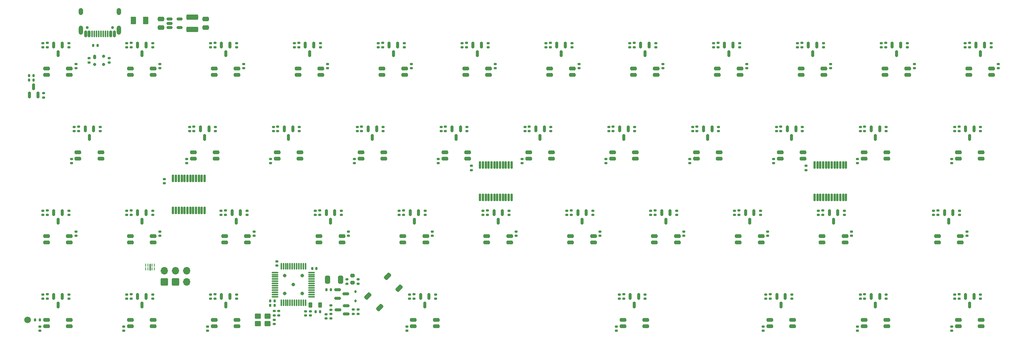
<source format=gbr>
%TF.GenerationSoftware,KiCad,Pcbnew,8.0.4*%
%TF.CreationDate,2024-09-01T23:08:26+02:00*%
%TF.ProjectId,feb42-rounded,66656234-322d-4726-9f75-6e6465642e6b,rev?*%
%TF.SameCoordinates,Original*%
%TF.FileFunction,Soldermask,Top*%
%TF.FilePolarity,Negative*%
%FSLAX46Y46*%
G04 Gerber Fmt 4.6, Leading zero omitted, Abs format (unit mm)*
G04 Created by KiCad (PCBNEW 8.0.4) date 2024-09-01 23:08:26*
%MOMM*%
%LPD*%
G01*
G04 APERTURE LIST*
G04 Aperture macros list*
%AMRoundRect*
0 Rectangle with rounded corners*
0 $1 Rounding radius*
0 $2 $3 $4 $5 $6 $7 $8 $9 X,Y pos of 4 corners*
0 Add a 4 corners polygon primitive as box body*
4,1,4,$2,$3,$4,$5,$6,$7,$8,$9,$2,$3,0*
0 Add four circle primitives for the rounded corners*
1,1,$1+$1,$2,$3*
1,1,$1+$1,$4,$5*
1,1,$1+$1,$6,$7*
1,1,$1+$1,$8,$9*
0 Add four rect primitives between the rounded corners*
20,1,$1+$1,$2,$3,$4,$5,0*
20,1,$1+$1,$4,$5,$6,$7,0*
20,1,$1+$1,$6,$7,$8,$9,0*
20,1,$1+$1,$8,$9,$2,$3,0*%
G04 Aperture macros list end*
%ADD10O,1.000000X1.600000*%
%ADD11O,1.000000X2.100000*%
%ADD12RoundRect,0.150000X0.150000X0.575000X-0.150000X0.575000X-0.150000X-0.575000X0.150000X-0.575000X0*%
%ADD13RoundRect,0.075000X0.075000X0.650000X-0.075000X0.650000X-0.075000X-0.650000X0.075000X-0.650000X0*%
%ADD14C,0.650000*%
%ADD15RoundRect,0.200000X-0.525000X-0.200000X0.525000X-0.200000X0.525000X0.200000X-0.525000X0.200000X0*%
%ADD16RoundRect,0.135000X0.185000X-0.135000X0.185000X0.135000X-0.185000X0.135000X-0.185000X-0.135000X0*%
%ADD17RoundRect,0.150000X-0.200000X-0.150000X0.200000X-0.150000X0.200000X0.150000X-0.200000X0.150000X0*%
%ADD18RoundRect,0.175000X-0.175000X-0.325000X0.175000X-0.325000X0.175000X0.325000X-0.175000X0.325000X0*%
%ADD19RoundRect,0.150000X-0.512500X-0.150000X0.512500X-0.150000X0.512500X0.150000X-0.512500X0.150000X0*%
%ADD20RoundRect,0.250000X1.075000X-0.375000X1.075000X0.375000X-1.075000X0.375000X-1.075000X-0.375000X0*%
%ADD21RoundRect,0.250000X-0.375000X-0.625000X0.375000X-0.625000X0.375000X0.625000X-0.375000X0.625000X0*%
%ADD22RoundRect,0.250000X-0.475000X0.250000X-0.475000X-0.250000X0.475000X-0.250000X0.475000X0.250000X0*%
%ADD23RoundRect,0.140000X-0.170000X0.140000X-0.170000X-0.140000X0.170000X-0.140000X0.170000X0.140000X0*%
%ADD24RoundRect,0.112500X0.112500X-0.737500X0.112500X0.737500X-0.112500X0.737500X-0.112500X-0.737500X0*%
%ADD25RoundRect,0.075000X0.662500X-0.075000X0.662500X0.075000X-0.662500X0.075000X-0.662500X-0.075000X0*%
%ADD26RoundRect,0.075000X0.075000X-0.662500X0.075000X0.662500X-0.075000X0.662500X-0.075000X-0.662500X0*%
%ADD27C,0.800000*%
%ADD28RoundRect,0.140000X0.170000X-0.140000X0.170000X0.140000X-0.170000X0.140000X-0.170000X-0.140000X0*%
%ADD29RoundRect,0.200000X0.525000X0.200000X-0.525000X0.200000X-0.525000X-0.200000X0.525000X-0.200000X0*%
%ADD30RoundRect,0.150000X-0.150000X0.587500X-0.150000X-0.587500X0.150000X-0.587500X0.150000X0.587500X0*%
%ADD31RoundRect,0.135000X-0.185000X0.135000X-0.185000X-0.135000X0.185000X-0.135000X0.185000X0.135000X0*%
%ADD32RoundRect,0.250000X-0.450000X-0.350000X0.450000X-0.350000X0.450000X0.350000X-0.450000X0.350000X0*%
%ADD33RoundRect,0.050000X0.050000X0.287500X-0.050000X0.287500X-0.050000X-0.287500X0.050000X-0.287500X0*%
%ADD34RoundRect,0.100000X0.100000X0.287500X-0.100000X0.287500X-0.100000X-0.287500X0.100000X-0.287500X0*%
%ADD35RoundRect,0.218750X0.218750X0.381250X-0.218750X0.381250X-0.218750X-0.381250X0.218750X-0.381250X0*%
%ADD36RoundRect,0.200000X0.275000X-0.200000X0.275000X0.200000X-0.275000X0.200000X-0.275000X-0.200000X0*%
%ADD37O,1.700000X1.700000*%
%ADD38RoundRect,0.250000X0.600000X-0.600000X0.600000X0.600000X-0.600000X0.600000X-0.600000X-0.600000X0*%
%ADD39RoundRect,0.140000X0.140000X0.170000X-0.140000X0.170000X-0.140000X-0.170000X0.140000X-0.170000X0*%
%ADD40RoundRect,0.112500X-0.112500X0.187500X-0.112500X-0.187500X0.112500X-0.187500X0.112500X0.187500X0*%
%ADD41RoundRect,0.135000X-0.135000X-0.185000X0.135000X-0.185000X0.135000X0.185000X-0.135000X0.185000X0*%
%ADD42RoundRect,0.135000X0.135000X0.185000X-0.135000X0.185000X-0.135000X-0.185000X0.135000X-0.185000X0*%
%ADD43RoundRect,0.140000X-0.140000X-0.170000X0.140000X-0.170000X0.140000X0.170000X-0.140000X0.170000X0*%
%ADD44RoundRect,0.250000X0.247487X0.601041X-0.601041X-0.247487X-0.247487X-0.601041X0.601041X0.247487X0*%
%ADD45RoundRect,0.150000X0.587500X0.150000X-0.587500X0.150000X-0.587500X-0.150000X0.587500X-0.150000X0*%
%ADD46C,1.500000*%
%ADD47RoundRect,0.150000X-0.587500X-0.150000X0.587500X-0.150000X0.587500X0.150000X-0.587500X0.150000X0*%
%ADD48RoundRect,0.150000X0.150000X-0.587500X0.150000X0.587500X-0.150000X0.587500X-0.150000X-0.587500X0*%
%ADD49RoundRect,0.250000X0.325000X0.650000X-0.325000X0.650000X-0.325000X-0.650000X0.325000X-0.650000X0*%
G04 APERTURE END LIST*
D10*
%TO.C,USB1*%
X48930000Y-67850000D03*
D11*
X48930000Y-72030000D03*
D10*
X57570000Y-67850000D03*
D11*
X57570000Y-72030000D03*
D12*
X56500000Y-72945000D03*
X55700000Y-72945000D03*
D13*
X55000000Y-72945000D03*
X54000000Y-72945000D03*
X52500000Y-72945000D03*
X51500000Y-72945000D03*
D12*
X50800000Y-72945000D03*
X50000000Y-72945000D03*
X50000000Y-72945000D03*
X50800000Y-72945000D03*
D13*
X52000000Y-72945000D03*
X53000000Y-72945000D03*
X53500000Y-72945000D03*
X54500000Y-72945000D03*
D12*
X55700000Y-72945000D03*
X56500000Y-72945000D03*
D14*
X50360000Y-71500000D03*
X56140000Y-71500000D03*
%TD*%
D15*
%TO.C,LED8*%
X179675000Y-82255000D03*
X179675000Y-80755000D03*
X174475000Y-80755000D03*
X174475000Y-82255000D03*
%TD*%
D16*
%TO.C,USBR2*%
X55350000Y-78390000D03*
X55350000Y-79410000D03*
%TD*%
%TO.C,USBR1*%
X50750000Y-78390000D03*
X50750000Y-79410000D03*
%TD*%
D17*
%TO.C,USBD1*%
X54050000Y-77950000D03*
X54050000Y-79850000D03*
X52050000Y-79850000D03*
D18*
X52050000Y-78150000D03*
%TD*%
D19*
%TO.C,SD1*%
X71387500Y-69550000D03*
X71387500Y-71450000D03*
X69112500Y-71450000D03*
X69112500Y-70500000D03*
X69112500Y-69550000D03*
%TD*%
D20*
%TO.C,PWRL1*%
X74250000Y-69100000D03*
X74250000Y-71900000D03*
%TD*%
D21*
%TO.C,PWRF1*%
X63650000Y-69900000D03*
X60850000Y-69900000D03*
%TD*%
D22*
%TO.C,PWRC2*%
X77250000Y-71450000D03*
X77250000Y-69550000D03*
%TD*%
%TO.C,PWRC1*%
X67150000Y-71450000D03*
X67150000Y-69550000D03*
%TD*%
D23*
%TO.C,MPC3*%
X213650000Y-103880000D03*
X213650000Y-102920000D03*
%TD*%
%TO.C,MPC2*%
X137650000Y-103880000D03*
X137650000Y-102920000D03*
%TD*%
%TO.C,MPC1*%
X67900000Y-106880000D03*
X67900000Y-105920000D03*
%TD*%
D24*
%TO.C,MP3*%
X215625000Y-102750000D03*
X216275000Y-102750000D03*
X216925000Y-102750000D03*
X217575000Y-102750000D03*
X218225000Y-102750000D03*
X218875000Y-102750000D03*
X219525000Y-102750000D03*
X220175000Y-102750000D03*
X220825000Y-102750000D03*
X221475000Y-102750000D03*
X222125000Y-102750000D03*
X222775000Y-102750000D03*
X222775000Y-110050000D03*
X222125000Y-110050000D03*
X221475000Y-110050000D03*
X220825000Y-110050000D03*
X220175000Y-110050000D03*
X219525000Y-110050000D03*
X218875000Y-110050000D03*
X218225000Y-110050000D03*
X217575000Y-110050000D03*
X216925000Y-110050000D03*
X216275000Y-110050000D03*
X215625000Y-110050000D03*
%TD*%
%TO.C,MP2*%
X139625000Y-102750000D03*
X140275000Y-102750000D03*
X140925000Y-102750000D03*
X141575000Y-102750000D03*
X142225000Y-102750000D03*
X142875000Y-102750000D03*
X143525000Y-102750000D03*
X144175000Y-102750000D03*
X144825000Y-102750000D03*
X145475000Y-102750000D03*
X146125000Y-102750000D03*
X146775000Y-102750000D03*
X146775000Y-110050000D03*
X146125000Y-110050000D03*
X145475000Y-110050000D03*
X144825000Y-110050000D03*
X144175000Y-110050000D03*
X143525000Y-110050000D03*
X142875000Y-110050000D03*
X142225000Y-110050000D03*
X141575000Y-110050000D03*
X140925000Y-110050000D03*
X140275000Y-110050000D03*
X139625000Y-110050000D03*
%TD*%
%TO.C,MP1*%
X69875000Y-105750000D03*
X70525000Y-105750000D03*
X71175000Y-105750000D03*
X71825000Y-105750000D03*
X72475000Y-105750000D03*
X73125000Y-105750000D03*
X73775000Y-105750000D03*
X74425000Y-105750000D03*
X75075000Y-105750000D03*
X75725000Y-105750000D03*
X76375000Y-105750000D03*
X77025000Y-105750000D03*
X77025000Y-113050000D03*
X76375000Y-113050000D03*
X75725000Y-113050000D03*
X75075000Y-113050000D03*
X74425000Y-113050000D03*
X73775000Y-113050000D03*
X73125000Y-113050000D03*
X72475000Y-113050000D03*
X71825000Y-113050000D03*
X71175000Y-113050000D03*
X70525000Y-113050000D03*
X69875000Y-113050000D03*
%TD*%
D25*
%TO.C,MCU1*%
X93037500Y-132650000D03*
X93037500Y-132150000D03*
X93037500Y-131650000D03*
X93037500Y-131150000D03*
X93037500Y-130650000D03*
X93037500Y-130150000D03*
X93037500Y-129650000D03*
X93037500Y-129150000D03*
X93037500Y-128650000D03*
X93037500Y-128150000D03*
X93037500Y-127650000D03*
X93037500Y-127150000D03*
D26*
X94450000Y-125737500D03*
X94950000Y-125737500D03*
X95450000Y-125737500D03*
X95950000Y-125737500D03*
X96450000Y-125737500D03*
X96950000Y-125737500D03*
X97450000Y-125737500D03*
X97950000Y-125737500D03*
X98450000Y-125737500D03*
X98950000Y-125737500D03*
X99450000Y-125737500D03*
X99950000Y-125737500D03*
D25*
X101362500Y-127150000D03*
X101362500Y-127650000D03*
D27*
X99200000Y-127900000D03*
X95200000Y-127900000D03*
X97200000Y-129900000D03*
X99200000Y-131900000D03*
X95200000Y-131900000D03*
D25*
X101362500Y-128150000D03*
X101362500Y-128650000D03*
X101362500Y-129150000D03*
X101362500Y-129650000D03*
X101362500Y-130150000D03*
X101362500Y-130650000D03*
X101362500Y-131150000D03*
X101362500Y-131650000D03*
X101362500Y-132150000D03*
X101362500Y-132650000D03*
D26*
X99950000Y-134062500D03*
X99450000Y-134062500D03*
X98950000Y-134062500D03*
X98450000Y-134062500D03*
X97950000Y-134062500D03*
X97450000Y-134062500D03*
X96950000Y-134062500D03*
X96450000Y-134062500D03*
X95950000Y-134062500D03*
X95450000Y-134062500D03*
X94950000Y-134062500D03*
X94450000Y-134062500D03*
%TD*%
D28*
%TO.C,LEDC42*%
X246793750Y-139425000D03*
X246793750Y-140385000D03*
%TD*%
%TO.C,LEDC41*%
X225362500Y-139425000D03*
X225362500Y-140385000D03*
%TD*%
%TO.C,LEDC40*%
X203931250Y-139425000D03*
X203931250Y-140385000D03*
%TD*%
%TO.C,LEDC39*%
X170593750Y-139425000D03*
X170593750Y-140385000D03*
%TD*%
%TO.C,LEDC38*%
X122968750Y-139425000D03*
X122968750Y-140385000D03*
%TD*%
%TO.C,LEDC37*%
X77725000Y-139425000D03*
X77725000Y-140385000D03*
%TD*%
%TO.C,LEDC36*%
X58675000Y-139425000D03*
X58675000Y-140385000D03*
%TD*%
%TO.C,LEDC35*%
X39625000Y-139425000D03*
X39625000Y-140385000D03*
%TD*%
D23*
%TO.C,LEDC34*%
X250231250Y-118835000D03*
X250231250Y-117875000D03*
%TD*%
%TO.C,LEDC33*%
X224037500Y-118835000D03*
X224037500Y-117875000D03*
%TD*%
%TO.C,LEDC32*%
X204987500Y-118835000D03*
X204987500Y-117875000D03*
%TD*%
%TO.C,LEDC31*%
X185937500Y-118835000D03*
X185937500Y-117875000D03*
%TD*%
%TO.C,LEDC30*%
X166887500Y-118835000D03*
X166887500Y-117875000D03*
%TD*%
%TO.C,LEDC29*%
X147837500Y-118835000D03*
X147837500Y-117875000D03*
%TD*%
%TO.C,LEDC28*%
X128787500Y-118835000D03*
X128787500Y-117875000D03*
%TD*%
%TO.C,LEDC27*%
X109737500Y-118835000D03*
X109737500Y-117875000D03*
%TD*%
%TO.C,LEDC26*%
X88306250Y-118835000D03*
X88306250Y-117875000D03*
%TD*%
%TO.C,LEDC25*%
X66875000Y-118835000D03*
X66875000Y-117875000D03*
%TD*%
%TO.C,LEDC24*%
X47825000Y-118835000D03*
X47825000Y-117875000D03*
%TD*%
D28*
%TO.C,LEDC23*%
X246793750Y-101325000D03*
X246793750Y-102285000D03*
%TD*%
%TO.C,LEDC22*%
X225362500Y-101325000D03*
X225362500Y-102285000D03*
%TD*%
%TO.C,LEDC21*%
X206312500Y-101325000D03*
X206312500Y-102285000D03*
%TD*%
%TO.C,LEDC20*%
X187262500Y-101325000D03*
X187262500Y-102285000D03*
%TD*%
%TO.C,LEDC19*%
X168212499Y-101325000D03*
X168212499Y-102285000D03*
%TD*%
%TO.C,LEDC18*%
X149162500Y-101325000D03*
X149162500Y-102285000D03*
%TD*%
%TO.C,LEDC17*%
X130112500Y-101325000D03*
X130112500Y-102285000D03*
%TD*%
%TO.C,LEDC16*%
X111062500Y-101325000D03*
X111062500Y-102285000D03*
%TD*%
%TO.C,LEDC15*%
X92012500Y-101325000D03*
X92012500Y-102285000D03*
%TD*%
%TO.C,LEDC14*%
X72962500Y-101325000D03*
X72962500Y-102285000D03*
%TD*%
%TO.C,LEDC13*%
X46768750Y-101325000D03*
X46768750Y-102285000D03*
%TD*%
D23*
%TO.C,LEDC12*%
X257375000Y-80735000D03*
X257375000Y-79775000D03*
%TD*%
%TO.C,LEDC11*%
X238325000Y-80735000D03*
X238325000Y-79775000D03*
%TD*%
%TO.C,LEDC10*%
X219275000Y-80735000D03*
X219275000Y-79775000D03*
%TD*%
%TO.C,LEDC9*%
X200225000Y-80735000D03*
X200225000Y-79775000D03*
%TD*%
%TO.C,LEDC8*%
X181175000Y-80735000D03*
X181175000Y-79775000D03*
%TD*%
%TO.C,LEDC7*%
X162125000Y-80735000D03*
X162125000Y-79775000D03*
%TD*%
%TO.C,LEDC6*%
X143075000Y-80735000D03*
X143075000Y-79775000D03*
%TD*%
%TO.C,LEDC5*%
X124025000Y-80735000D03*
X124025000Y-79775000D03*
%TD*%
%TO.C,LEDC4*%
X104975000Y-80735000D03*
X104975000Y-79775000D03*
%TD*%
%TO.C,LEDC3*%
X85925000Y-80735000D03*
X85925000Y-79775000D03*
%TD*%
%TO.C,LEDC2*%
X66875000Y-80735000D03*
X66875000Y-79775000D03*
%TD*%
%TO.C,LEDC1*%
X47825000Y-80735000D03*
X47825000Y-79775000D03*
%TD*%
D29*
%TO.C,LED42*%
X248293750Y-137905000D03*
X248293750Y-139405000D03*
X253493750Y-139405000D03*
X253493750Y-137905000D03*
%TD*%
%TO.C,LED41*%
X226862500Y-137905000D03*
X226862500Y-139405000D03*
X232062500Y-139405000D03*
X232062500Y-137905000D03*
%TD*%
%TO.C,LED40*%
X205431250Y-137905000D03*
X205431250Y-139405000D03*
X210631250Y-139405000D03*
X210631250Y-137905000D03*
%TD*%
%TO.C,LED39*%
X172093750Y-137905000D03*
X172093750Y-139405000D03*
X177293750Y-139405000D03*
X177293750Y-137905000D03*
%TD*%
%TO.C,LED38*%
X124468750Y-137905000D03*
X124468750Y-139405000D03*
X129668750Y-139405000D03*
X129668750Y-137905000D03*
%TD*%
%TO.C,LED37*%
X79225000Y-137905000D03*
X79225000Y-139405000D03*
X84425000Y-139405000D03*
X84425000Y-137905000D03*
%TD*%
%TO.C,LED36*%
X60175000Y-137905000D03*
X60175000Y-139405000D03*
X65375000Y-139405000D03*
X65375000Y-137905000D03*
%TD*%
%TO.C,LED35*%
X41125000Y-137905000D03*
X41125000Y-139405000D03*
X46325000Y-139405000D03*
X46325000Y-137905000D03*
%TD*%
D15*
%TO.C,LED34*%
X248731250Y-120355000D03*
X248731250Y-118855000D03*
X243531250Y-118855000D03*
X243531250Y-120355000D03*
%TD*%
%TO.C,LED33*%
X222537500Y-120355000D03*
X222537500Y-118855000D03*
X217337500Y-118855000D03*
X217337500Y-120355000D03*
%TD*%
%TO.C,LED32*%
X203487500Y-120355000D03*
X203487500Y-118855000D03*
X198287500Y-118855000D03*
X198287500Y-120355000D03*
%TD*%
%TO.C,LED31*%
X184437500Y-120355000D03*
X184437500Y-118855000D03*
X179237500Y-118855000D03*
X179237500Y-120355000D03*
%TD*%
%TO.C,LED30*%
X165387500Y-120355000D03*
X165387500Y-118855000D03*
X160187500Y-118855000D03*
X160187500Y-120355000D03*
%TD*%
%TO.C,LED29*%
X146337500Y-120355000D03*
X146337500Y-118855000D03*
X141137500Y-118855000D03*
X141137500Y-120355000D03*
%TD*%
%TO.C,LED28*%
X127287500Y-120355000D03*
X127287500Y-118855000D03*
X122087500Y-118855000D03*
X122087500Y-120355000D03*
%TD*%
%TO.C,LED27*%
X108237500Y-120355000D03*
X108237500Y-118855000D03*
X103037500Y-118855000D03*
X103037500Y-120355000D03*
%TD*%
%TO.C,LED26*%
X86806250Y-120355000D03*
X86806250Y-118855000D03*
X81606250Y-118855000D03*
X81606250Y-120355000D03*
%TD*%
%TO.C,LED25*%
X65375000Y-120355000D03*
X65375000Y-118855000D03*
X60175000Y-118855000D03*
X60175000Y-120355000D03*
%TD*%
%TO.C,LED24*%
X46325000Y-120355000D03*
X46325000Y-118855000D03*
X41125000Y-118855000D03*
X41125000Y-120355000D03*
%TD*%
D29*
%TO.C,LED23*%
X248293750Y-99805000D03*
X248293750Y-101305000D03*
X253493750Y-101305000D03*
X253493750Y-99805000D03*
%TD*%
%TO.C,LED22*%
X226862500Y-99805000D03*
X226862500Y-101305000D03*
X232062500Y-101305000D03*
X232062500Y-99805000D03*
%TD*%
%TO.C,LED21*%
X207812500Y-99805000D03*
X207812500Y-101305000D03*
X213012500Y-101305000D03*
X213012500Y-99805000D03*
%TD*%
%TO.C,LED20*%
X188762500Y-99805000D03*
X188762500Y-101305000D03*
X193962500Y-101305000D03*
X193962500Y-99805000D03*
%TD*%
%TO.C,LED19*%
X169712500Y-99805000D03*
X169712500Y-101305000D03*
X174912500Y-101305000D03*
X174912500Y-99805000D03*
%TD*%
%TO.C,LED18*%
X150662500Y-99805000D03*
X150662500Y-101305000D03*
X155862500Y-101305000D03*
X155862500Y-99805000D03*
%TD*%
%TO.C,LED17*%
X131612500Y-99805000D03*
X131612500Y-101305000D03*
X136812500Y-101305000D03*
X136812500Y-99805000D03*
%TD*%
%TO.C,LED16*%
X112562500Y-99805000D03*
X112562500Y-101305000D03*
X117762500Y-101305000D03*
X117762500Y-99805000D03*
%TD*%
%TO.C,LED15*%
X93512500Y-99805000D03*
X93512500Y-101305000D03*
X98712500Y-101305000D03*
X98712500Y-99805000D03*
%TD*%
%TO.C,LED14*%
X74462500Y-99805000D03*
X74462500Y-101305000D03*
X79662500Y-101305000D03*
X79662500Y-99805000D03*
%TD*%
%TO.C,LED13*%
X48268750Y-99805000D03*
X48268750Y-101305000D03*
X53468750Y-101305000D03*
X53468750Y-99805000D03*
%TD*%
D15*
%TO.C,LED12*%
X255875000Y-82255000D03*
X255875000Y-80755000D03*
X250675000Y-80755000D03*
X250675000Y-82255000D03*
%TD*%
%TO.C,LED11*%
X236825000Y-82255000D03*
X236825000Y-80755000D03*
X231625000Y-80755000D03*
X231625000Y-82255000D03*
%TD*%
%TO.C,LED10*%
X217775000Y-82255000D03*
X217775000Y-80755000D03*
X212575000Y-80755000D03*
X212575000Y-82255000D03*
%TD*%
%TO.C,LED9*%
X198725000Y-82255000D03*
X198725000Y-80755000D03*
X193525000Y-80755000D03*
X193525000Y-82255000D03*
%TD*%
%TO.C,LED7*%
X160625000Y-82255000D03*
X160625000Y-80755000D03*
X155425000Y-80755000D03*
X155425000Y-82255000D03*
%TD*%
%TO.C,LED6*%
X141575000Y-82255000D03*
X141575000Y-80755000D03*
X136375000Y-80755000D03*
X136375000Y-82255000D03*
%TD*%
%TO.C,LED5*%
X122525000Y-82255000D03*
X122525000Y-80755000D03*
X117325000Y-80755000D03*
X117325000Y-82255000D03*
%TD*%
%TO.C,LED4*%
X103475000Y-82255000D03*
X103475000Y-80755000D03*
X98275000Y-80755000D03*
X98275000Y-82255000D03*
%TD*%
%TO.C,LED3*%
X84425000Y-82255000D03*
X84425000Y-80755000D03*
X79225000Y-80755000D03*
X79225000Y-82255000D03*
%TD*%
%TO.C,LED2*%
X65375000Y-82255000D03*
X65375000Y-80755000D03*
X60175000Y-80755000D03*
X60175000Y-82255000D03*
%TD*%
%TO.C,LED1*%
X46325000Y-82255000D03*
X46325000Y-80755000D03*
X41125000Y-80755000D03*
X41125000Y-82255000D03*
%TD*%
D16*
%TO.C,HER42*%
X248443750Y-132127500D03*
X248443750Y-133147500D03*
%TD*%
%TO.C,HER41*%
X227012500Y-132127500D03*
X227012500Y-133147500D03*
%TD*%
%TO.C,HER40*%
X205581250Y-132127500D03*
X205581250Y-133147500D03*
%TD*%
%TO.C,HER39*%
X172243750Y-132127500D03*
X172243750Y-133147500D03*
%TD*%
%TO.C,HER38*%
X124618750Y-132127500D03*
X124618750Y-133147500D03*
%TD*%
%TO.C,HER37*%
X79375000Y-132127500D03*
X79375000Y-133147500D03*
%TD*%
%TO.C,HER36*%
X60325000Y-132127500D03*
X60325000Y-133147500D03*
%TD*%
%TO.C,HER35*%
X41274999Y-132127500D03*
X41274999Y-133147500D03*
%TD*%
%TO.C,HER34*%
X243681250Y-113077500D03*
X243681250Y-114097500D03*
%TD*%
%TO.C,HER33*%
X217487500Y-113077500D03*
X217487500Y-114097500D03*
%TD*%
%TO.C,HER32*%
X198437500Y-113077500D03*
X198437500Y-114097500D03*
%TD*%
%TO.C,HER31*%
X179387500Y-113077500D03*
X179387500Y-114097500D03*
%TD*%
%TO.C,HER30*%
X160337500Y-113077500D03*
X160337500Y-114097500D03*
%TD*%
%TO.C,HER29*%
X141287500Y-113077500D03*
X141287500Y-114097500D03*
%TD*%
%TO.C,HER28*%
X122237500Y-113077500D03*
X122237500Y-114097500D03*
%TD*%
%TO.C,HER27*%
X103187500Y-113077500D03*
X103187500Y-114097500D03*
%TD*%
%TO.C,HER26*%
X81756250Y-113077500D03*
X81756250Y-114097500D03*
%TD*%
%TO.C,HER25*%
X60325000Y-113077500D03*
X60325000Y-114097500D03*
%TD*%
%TO.C,HER24*%
X41274999Y-113077500D03*
X41274999Y-114097500D03*
%TD*%
%TO.C,HER23*%
X248443750Y-94027500D03*
X248443750Y-95047500D03*
%TD*%
%TO.C,HER22*%
X227012500Y-94027500D03*
X227012500Y-95047500D03*
%TD*%
%TO.C,HER21*%
X207962500Y-94027500D03*
X207962500Y-95047500D03*
%TD*%
%TO.C,HER20*%
X188912500Y-94027500D03*
X188912500Y-95047500D03*
%TD*%
%TO.C,HER19*%
X169862500Y-94027500D03*
X169862500Y-95047500D03*
%TD*%
%TO.C,HER18*%
X150812500Y-94027500D03*
X150812500Y-95047500D03*
%TD*%
%TO.C,HER17*%
X131762500Y-94027500D03*
X131762500Y-95047500D03*
%TD*%
%TO.C,HER16*%
X112712500Y-94027500D03*
X112712500Y-95047500D03*
%TD*%
%TO.C,HER15*%
X93662500Y-94027500D03*
X93662500Y-95047500D03*
%TD*%
%TO.C,HER14*%
X74612500Y-94027500D03*
X74612500Y-95047500D03*
%TD*%
%TO.C,HER13*%
X48418750Y-94027500D03*
X48418750Y-95047500D03*
%TD*%
%TO.C,HER12*%
X250825000Y-74977500D03*
X250825000Y-75997500D03*
%TD*%
%TO.C,HER11*%
X231775000Y-74977500D03*
X231775000Y-75997500D03*
%TD*%
%TO.C,HER10*%
X212725000Y-74977500D03*
X212725000Y-75997500D03*
%TD*%
%TO.C,HER9*%
X193675000Y-74977500D03*
X193675000Y-75997500D03*
%TD*%
%TO.C,HER8*%
X174625000Y-74977500D03*
X174625000Y-75997500D03*
%TD*%
%TO.C,HER7*%
X155575000Y-74977500D03*
X155575000Y-75997500D03*
%TD*%
%TO.C,HER6*%
X136525000Y-74977500D03*
X136525000Y-75997500D03*
%TD*%
%TO.C,HER5*%
X117475000Y-74977500D03*
X117475000Y-75997500D03*
%TD*%
%TO.C,HER4*%
X98424999Y-74977500D03*
X98424999Y-75997500D03*
%TD*%
%TO.C,HER3*%
X79375000Y-74977500D03*
X79375000Y-75997500D03*
%TD*%
%TO.C,HER2*%
X60325000Y-74977500D03*
X60325000Y-75997500D03*
%TD*%
%TO.C,HER1*%
X41274999Y-74977500D03*
X41274999Y-75997500D03*
%TD*%
D23*
%TO.C,HECC42*%
X247443750Y-133117500D03*
X247443750Y-132157500D03*
%TD*%
%TO.C,HECC41*%
X226012500Y-133117500D03*
X226012500Y-132157500D03*
%TD*%
%TO.C,HECC40*%
X204581250Y-133117500D03*
X204581250Y-132157500D03*
%TD*%
%TO.C,HECC39*%
X171243750Y-133117500D03*
X171243750Y-132157500D03*
%TD*%
%TO.C,HECC38*%
X123618750Y-133117500D03*
X123618750Y-132157500D03*
%TD*%
%TO.C,HECC37*%
X78375000Y-133117500D03*
X78375000Y-132157500D03*
%TD*%
%TO.C,HECC36*%
X59325000Y-133117500D03*
X59325000Y-132157500D03*
%TD*%
%TO.C,HECC35*%
X40274999Y-133117500D03*
X40274999Y-132157500D03*
%TD*%
%TO.C,HECC34*%
X242681250Y-114067500D03*
X242681250Y-113107500D03*
%TD*%
%TO.C,HECC33*%
X216487500Y-114067500D03*
X216487500Y-113107500D03*
%TD*%
%TO.C,HECC32*%
X197437500Y-114067500D03*
X197437500Y-113107500D03*
%TD*%
%TO.C,HECC31*%
X178387500Y-114067500D03*
X178387500Y-113107500D03*
%TD*%
%TO.C,HECC30*%
X159337500Y-114067500D03*
X159337500Y-113107500D03*
%TD*%
%TO.C,HECC29*%
X140287500Y-114067500D03*
X140287500Y-113107500D03*
%TD*%
%TO.C,HECC28*%
X121237500Y-114067500D03*
X121237500Y-113107500D03*
%TD*%
%TO.C,HECC27*%
X102187500Y-114067500D03*
X102187500Y-113107500D03*
%TD*%
%TO.C,HECC26*%
X80756250Y-114067500D03*
X80756250Y-113107500D03*
%TD*%
%TO.C,HECC25*%
X59325000Y-114067500D03*
X59325000Y-113107500D03*
%TD*%
%TO.C,HECC24*%
X40274999Y-114067500D03*
X40274999Y-113107500D03*
%TD*%
%TO.C,HECC23*%
X247443750Y-95017500D03*
X247443750Y-94057500D03*
%TD*%
%TO.C,HECC22*%
X226012500Y-95017500D03*
X226012500Y-94057500D03*
%TD*%
%TO.C,HECC21*%
X206962500Y-95017500D03*
X206962500Y-94057500D03*
%TD*%
%TO.C,HECC20*%
X187912500Y-95017500D03*
X187912500Y-94057500D03*
%TD*%
%TO.C,HECC19*%
X168862500Y-95017500D03*
X168862500Y-94057500D03*
%TD*%
%TO.C,HECC18*%
X149812500Y-95017500D03*
X149812500Y-94057500D03*
%TD*%
%TO.C,HECC17*%
X130762500Y-95017500D03*
X130762500Y-94057500D03*
%TD*%
%TO.C,HECC16*%
X111712500Y-95017500D03*
X111712500Y-94057500D03*
%TD*%
%TO.C,HECC15*%
X92662500Y-95017500D03*
X92662500Y-94057500D03*
%TD*%
%TO.C,HECC14*%
X73612500Y-95017500D03*
X73612500Y-94057500D03*
%TD*%
%TO.C,HECC13*%
X47418750Y-95017500D03*
X47418750Y-94057500D03*
%TD*%
%TO.C,HECC12*%
X249825000Y-75967500D03*
X249825000Y-75007500D03*
%TD*%
%TO.C,HECC11*%
X230775000Y-75967500D03*
X230775000Y-75007500D03*
%TD*%
%TO.C,HECC10*%
X211725000Y-75967500D03*
X211725000Y-75007500D03*
%TD*%
%TO.C,HECC9*%
X192675000Y-75967500D03*
X192675000Y-75007500D03*
%TD*%
%TO.C,HECC8*%
X173625000Y-75967500D03*
X173625000Y-75007500D03*
%TD*%
%TO.C,HECC7*%
X154575000Y-75967500D03*
X154575000Y-75007500D03*
%TD*%
%TO.C,HECC6*%
X135525000Y-75967500D03*
X135525000Y-75007500D03*
%TD*%
%TO.C,HECC5*%
X116475000Y-75967500D03*
X116475000Y-75007500D03*
%TD*%
%TO.C,HECC4*%
X97424999Y-75967500D03*
X97424999Y-75007500D03*
%TD*%
%TO.C,HECC3*%
X78375000Y-75967500D03*
X78375000Y-75007500D03*
%TD*%
%TO.C,HECC2*%
X59325000Y-75967500D03*
X59325000Y-75007500D03*
%TD*%
%TO.C,HECC1*%
X40274999Y-75967500D03*
X40274999Y-75007500D03*
%TD*%
%TO.C,HEC42*%
X253343750Y-133117500D03*
X253343750Y-132157500D03*
%TD*%
%TO.C,HEC41*%
X231912500Y-133117500D03*
X231912500Y-132157500D03*
%TD*%
%TO.C,HEC40*%
X210481250Y-133117500D03*
X210481250Y-132157500D03*
%TD*%
%TO.C,HEC39*%
X177143750Y-133117500D03*
X177143750Y-132157500D03*
%TD*%
%TO.C,HEC38*%
X129518750Y-133117500D03*
X129518750Y-132157500D03*
%TD*%
%TO.C,HEC37*%
X84275000Y-133117500D03*
X84275000Y-132157500D03*
%TD*%
%TO.C,HEC36*%
X65225000Y-133117500D03*
X65225000Y-132157500D03*
%TD*%
%TO.C,HEC35*%
X46175000Y-133117500D03*
X46175000Y-132157500D03*
%TD*%
%TO.C,HEC34*%
X248581250Y-114067500D03*
X248581250Y-113107500D03*
%TD*%
%TO.C,HEC33*%
X222387500Y-114067500D03*
X222387500Y-113107500D03*
%TD*%
%TO.C,HEC32*%
X203337500Y-114067500D03*
X203337500Y-113107500D03*
%TD*%
%TO.C,HEC31*%
X184287500Y-114067500D03*
X184287500Y-113107500D03*
%TD*%
%TO.C,HEC30*%
X165237500Y-114067500D03*
X165237500Y-113107500D03*
%TD*%
%TO.C,HEC29*%
X146187500Y-114067500D03*
X146187500Y-113107500D03*
%TD*%
%TO.C,HEC28*%
X127137500Y-114067500D03*
X127137500Y-113107500D03*
%TD*%
%TO.C,HEC27*%
X108087500Y-114067500D03*
X108087500Y-113107500D03*
%TD*%
%TO.C,HEC26*%
X86656250Y-114067500D03*
X86656250Y-113107500D03*
%TD*%
%TO.C,HEC25*%
X65225000Y-114067500D03*
X65225000Y-113107500D03*
%TD*%
%TO.C,HEC24*%
X46175000Y-114067500D03*
X46175000Y-113107500D03*
%TD*%
%TO.C,HEC23*%
X253343750Y-95017500D03*
X253343750Y-94057500D03*
%TD*%
%TO.C,HEC22*%
X231912500Y-95017500D03*
X231912500Y-94057500D03*
%TD*%
%TO.C,HEC21*%
X212862500Y-95017500D03*
X212862500Y-94057500D03*
%TD*%
%TO.C,HEC20*%
X193812500Y-95017500D03*
X193812500Y-94057500D03*
%TD*%
%TO.C,HEC19*%
X174762500Y-95017500D03*
X174762500Y-94057500D03*
%TD*%
%TO.C,HEC18*%
X155712500Y-95017500D03*
X155712500Y-94057500D03*
%TD*%
%TO.C,HEC17*%
X136662500Y-95017500D03*
X136662500Y-94057500D03*
%TD*%
%TO.C,HEC16*%
X117612500Y-95017500D03*
X117612500Y-94057500D03*
%TD*%
%TO.C,HEC15*%
X98562500Y-95017500D03*
X98562500Y-94057500D03*
%TD*%
%TO.C,HEC14*%
X79512500Y-95017500D03*
X79512500Y-94057500D03*
%TD*%
%TO.C,HEC13*%
X53318750Y-95017500D03*
X53318750Y-94057500D03*
%TD*%
%TO.C,HEC12*%
X255725000Y-75967500D03*
X255725000Y-75007500D03*
%TD*%
%TO.C,HEC11*%
X236675000Y-75967500D03*
X236675000Y-75007500D03*
%TD*%
%TO.C,HEC10*%
X217625000Y-75967500D03*
X217625000Y-75007500D03*
%TD*%
%TO.C,HEC9*%
X198575000Y-75967500D03*
X198575000Y-75007500D03*
%TD*%
%TO.C,HEC8*%
X179525000Y-75967500D03*
X179525000Y-75007500D03*
%TD*%
%TO.C,HEC7*%
X160475000Y-75967500D03*
X160475000Y-75007500D03*
%TD*%
%TO.C,HEC6*%
X141425000Y-75967500D03*
X141425000Y-75007500D03*
%TD*%
%TO.C,HEC5*%
X122375000Y-75967500D03*
X122375000Y-75007500D03*
%TD*%
%TO.C,HEC4*%
X103325000Y-75967500D03*
X103325000Y-75007500D03*
%TD*%
%TO.C,HEC3*%
X84275000Y-75967500D03*
X84275000Y-75007500D03*
%TD*%
%TO.C,HEC2*%
X65225000Y-75967500D03*
X65225000Y-75007500D03*
%TD*%
%TO.C,HEC1*%
X46175000Y-75967500D03*
X46175000Y-75007500D03*
%TD*%
D30*
%TO.C,HE42*%
X250893750Y-134512500D03*
X249943750Y-132637500D03*
X251843750Y-132637500D03*
%TD*%
%TO.C,HE41*%
X229462500Y-134512500D03*
X228512500Y-132637500D03*
X230412500Y-132637500D03*
%TD*%
%TO.C,HE40*%
X208031250Y-134512500D03*
X207081250Y-132637500D03*
X208981250Y-132637500D03*
%TD*%
%TO.C,HE39*%
X174693750Y-134512500D03*
X173743750Y-132637500D03*
X175643750Y-132637500D03*
%TD*%
%TO.C,HE38*%
X127068750Y-134512500D03*
X126118750Y-132637500D03*
X128018750Y-132637500D03*
%TD*%
%TO.C,HE37*%
X81825000Y-134512500D03*
X80875000Y-132637500D03*
X82775000Y-132637500D03*
%TD*%
%TO.C,HE36*%
X62775000Y-134512500D03*
X61825000Y-132637500D03*
X63725000Y-132637500D03*
%TD*%
%TO.C,HE35*%
X43725000Y-134512500D03*
X42775000Y-132637500D03*
X44675000Y-132637500D03*
%TD*%
%TO.C,HE34*%
X246131250Y-115462500D03*
X245181250Y-113587500D03*
X247081250Y-113587500D03*
%TD*%
%TO.C,HE33*%
X219937500Y-115462500D03*
X218987500Y-113587500D03*
X220887500Y-113587500D03*
%TD*%
%TO.C,HE32*%
X200887500Y-115462500D03*
X199937500Y-113587500D03*
X201837500Y-113587500D03*
%TD*%
%TO.C,HE31*%
X181837500Y-115462500D03*
X180887500Y-113587500D03*
X182787500Y-113587500D03*
%TD*%
%TO.C,HE30*%
X162787500Y-115462500D03*
X161837500Y-113587500D03*
X163737500Y-113587500D03*
%TD*%
%TO.C,HE29*%
X143737500Y-115462500D03*
X142787500Y-113587500D03*
X144687500Y-113587500D03*
%TD*%
%TO.C,HE28*%
X124687500Y-115462500D03*
X123737500Y-113587500D03*
X125637500Y-113587500D03*
%TD*%
%TO.C,HE27*%
X105637500Y-115462500D03*
X104687500Y-113587500D03*
X106587500Y-113587500D03*
%TD*%
%TO.C,HE26*%
X84206250Y-115462500D03*
X83256250Y-113587500D03*
X85156250Y-113587500D03*
%TD*%
%TO.C,HE25*%
X62775000Y-115462500D03*
X61825000Y-113587500D03*
X63725000Y-113587500D03*
%TD*%
%TO.C,HE24*%
X43725000Y-115462500D03*
X42775000Y-113587500D03*
X44675000Y-113587500D03*
%TD*%
%TO.C,HE23*%
X250893750Y-96412500D03*
X249943750Y-94537500D03*
X251843750Y-94537500D03*
%TD*%
%TO.C,HE22*%
X229462500Y-96412500D03*
X228512500Y-94537500D03*
X230412500Y-94537500D03*
%TD*%
%TO.C,HE21*%
X210412500Y-96412500D03*
X209462500Y-94537500D03*
X211362500Y-94537500D03*
%TD*%
%TO.C,HE20*%
X191362500Y-96412500D03*
X190412500Y-94537500D03*
X192312500Y-94537500D03*
%TD*%
%TO.C,HE19*%
X172312500Y-96412500D03*
X171362500Y-94537500D03*
X173262500Y-94537500D03*
%TD*%
%TO.C,HE18*%
X153262500Y-96412500D03*
X152312500Y-94537500D03*
X154212500Y-94537500D03*
%TD*%
%TO.C,HE17*%
X134212500Y-96412500D03*
X133262500Y-94537500D03*
X135162500Y-94537500D03*
%TD*%
%TO.C,HE16*%
X115162500Y-96412500D03*
X114212500Y-94537500D03*
X116112500Y-94537500D03*
%TD*%
%TO.C,HE15*%
X96112500Y-96412500D03*
X95162500Y-94537500D03*
X97062500Y-94537500D03*
%TD*%
%TO.C,HE14*%
X77062500Y-96412500D03*
X76112500Y-94537500D03*
X78012500Y-94537500D03*
%TD*%
%TO.C,HE13*%
X50868750Y-96412500D03*
X49918750Y-94537500D03*
X51818750Y-94537500D03*
%TD*%
%TO.C,HE12*%
X253275000Y-77362500D03*
X252325000Y-75487500D03*
X254225000Y-75487500D03*
%TD*%
%TO.C,HE11*%
X234225000Y-77362500D03*
X233275000Y-75487500D03*
X235175000Y-75487500D03*
%TD*%
%TO.C,HE10*%
X215175000Y-77362500D03*
X214225000Y-75487500D03*
X216125000Y-75487500D03*
%TD*%
%TO.C,HE9*%
X196125000Y-77362500D03*
X195175000Y-75487500D03*
X197075000Y-75487500D03*
%TD*%
%TO.C,HE8*%
X177075000Y-77362500D03*
X176125000Y-75487500D03*
X178025000Y-75487500D03*
%TD*%
%TO.C,HE7*%
X158025000Y-77362500D03*
X157075000Y-75487500D03*
X158975000Y-75487500D03*
%TD*%
%TO.C,HE6*%
X138975000Y-77362500D03*
X138025000Y-75487500D03*
X139925000Y-75487500D03*
%TD*%
%TO.C,HE5*%
X119925000Y-77362500D03*
X118975000Y-75487500D03*
X120875000Y-75487500D03*
%TD*%
%TO.C,HE4*%
X100875000Y-77362500D03*
X99925000Y-75487500D03*
X101825000Y-75487500D03*
%TD*%
%TO.C,HE3*%
X81825000Y-77362500D03*
X80875000Y-75487500D03*
X82775000Y-75487500D03*
%TD*%
%TO.C,HE2*%
X62775000Y-77362500D03*
X61825000Y-75487500D03*
X63725000Y-75487500D03*
%TD*%
%TO.C,HE1*%
X43725000Y-77362500D03*
X42775000Y-75487500D03*
X44675000Y-75487500D03*
%TD*%
D31*
%TO.C,CR_R1*%
X93900000Y-136910000D03*
X93900000Y-135890000D03*
%TD*%
D23*
%TO.C,CR_C2*%
X92900000Y-136880000D03*
X92900000Y-135920000D03*
%TD*%
%TO.C,CR_C1*%
X92900000Y-138880000D03*
X92900000Y-137920000D03*
%TD*%
D32*
%TO.C,CR1*%
X89100000Y-137050000D03*
X91300000Y-137050000D03*
X91300000Y-138750000D03*
X89100000Y-138750000D03*
%TD*%
D23*
%TO.C,MC6*%
X101117500Y-136930000D03*
X101117500Y-135970000D03*
%TD*%
D33*
%TO.C,DESD1*%
X65630000Y-126375000D03*
X65130000Y-126375000D03*
D34*
X64630000Y-126137500D03*
X64630000Y-126325000D03*
D33*
X64130000Y-126375000D03*
X63630000Y-126375000D03*
X63630000Y-125500000D03*
X64130000Y-125500000D03*
D34*
X64630000Y-125550000D03*
X64630000Y-125687500D03*
D33*
X65130000Y-125500000D03*
X65630000Y-125500000D03*
%TD*%
D35*
%TO.C,MFB1*%
X101117500Y-134550000D03*
X103242500Y-134550000D03*
%TD*%
D16*
%TO.C,BRR3*%
X109350000Y-128680000D03*
X109350000Y-129700000D03*
%TD*%
D36*
%TO.C,BRR1*%
X110650001Y-127855000D03*
X110650001Y-129505000D03*
%TD*%
D37*
%TO.C,SWD1*%
X72960000Y-126750000D03*
X72960000Y-129290000D03*
X70420000Y-126750000D03*
D38*
X70420000Y-129290000D03*
D37*
X67880000Y-126750000D03*
D38*
X67880000Y-129290000D03*
%TD*%
D31*
%TO.C,BRR5*%
X105750000Y-137600000D03*
X105750000Y-136580000D03*
%TD*%
D23*
%TO.C,MC5*%
X100017499Y-136929998D03*
X100017499Y-135969998D03*
%TD*%
D16*
%TO.C,LMR1*%
X40440000Y-86380000D03*
X40440000Y-87400000D03*
%TD*%
D39*
%TO.C,MC1*%
X91950000Y-134600000D03*
X92910000Y-134600000D03*
%TD*%
D40*
%TO.C,BRD1*%
X111350001Y-133640000D03*
X111350001Y-131540000D03*
%TD*%
D41*
%TO.C,USBR3*%
X52700000Y-75550000D03*
X51680002Y-75550000D03*
%TD*%
D39*
%TO.C,MC7*%
X102282500Y-136050000D03*
X103242500Y-136050000D03*
%TD*%
D42*
%TO.C,LMR2*%
X37190001Y-83447500D03*
X38210001Y-83447500D03*
%TD*%
%TO.C,BRR4*%
X104730001Y-131090000D03*
X105750001Y-131090000D03*
%TD*%
D31*
%TO.C,BRR2*%
X111950001Y-129700000D03*
X111950001Y-128680000D03*
%TD*%
%TO.C,BRR6*%
X111950001Y-136580001D03*
X111950001Y-135560001D03*
%TD*%
D16*
%TO.C,BRR7*%
X110850001Y-135560000D03*
X110850001Y-136580000D03*
%TD*%
D28*
%TO.C,MC3*%
X93460000Y-124620000D03*
X93460000Y-125580000D03*
%TD*%
D43*
%TO.C,MC4*%
X102430000Y-126210000D03*
X101470000Y-126210000D03*
%TD*%
D42*
%TO.C,R3*%
X38550000Y-137905000D03*
X39570000Y-137905000D03*
%TD*%
D16*
%TO.C,BRR8*%
X105750001Y-134610000D03*
X105750001Y-135630000D03*
%TD*%
D44*
%TO.C,BS1*%
X114119111Y-132493883D03*
X118573883Y-128039111D03*
X116806117Y-135180889D03*
X121260889Y-130726117D03*
%TD*%
D41*
%TO.C,LMR3*%
X38210000Y-82417499D03*
X37190000Y-82417499D03*
%TD*%
D45*
%TO.C,BRQ1*%
X107312500Y-135630000D03*
X109187500Y-134680000D03*
X109187500Y-136580000D03*
%TD*%
D46*
%TO.C,TP1*%
X36840000Y-137905000D03*
%TD*%
D47*
%TO.C,BRQ2*%
X109125001Y-132040000D03*
X107250001Y-132990000D03*
X107250001Y-131090000D03*
%TD*%
D39*
%TO.C,MC2*%
X91950000Y-133600000D03*
X92910000Y-133600000D03*
%TD*%
D48*
%TO.C,LM1*%
X38210000Y-84962500D03*
X39160000Y-86837500D03*
X37260000Y-86837500D03*
%TD*%
D49*
%TO.C,BRC1*%
X104975001Y-128780000D03*
X107925001Y-128780000D03*
%TD*%
D28*
%TO.C,BRC2*%
X104650001Y-136640000D03*
X104650001Y-137600000D03*
%TD*%
M02*

</source>
